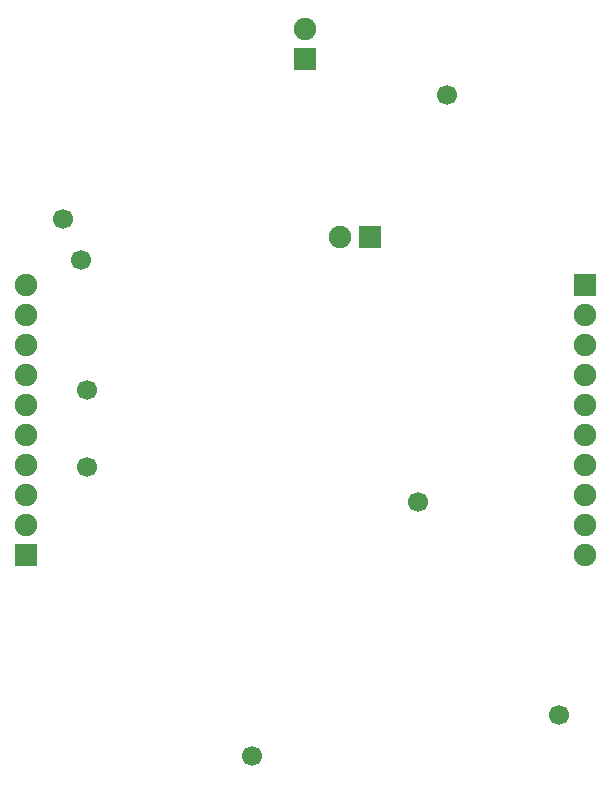
<source format=gbr>
G04 DipTrace 3.0.0.2*
G04 BottomMask.gbr*
%MOIN*%
G04 #@! TF.FileFunction,Soldermask,Bot*
G04 #@! TF.Part,Single*
%ADD30C,0.066929*%
%ADD40C,0.074803*%
%ADD42R,0.074803X0.074803*%
%FSLAX26Y26*%
G04*
G70*
G90*
G75*
G01*
G04 BotMask*
%LPD*%
D42*
X485039Y1164173D3*
D40*
Y1264173D3*
Y1364173D3*
Y1464173D3*
Y1564173D3*
Y1664173D3*
Y1764173D3*
Y1864173D3*
Y1964173D3*
Y2064173D3*
D42*
X2349606D3*
D40*
Y1964173D3*
Y1864173D3*
Y1764173D3*
Y1664173D3*
Y1564173D3*
Y1464173D3*
Y1364173D3*
Y1264173D3*
Y1164173D3*
D42*
X1633858Y2224409D3*
D40*
X1533858D3*
D42*
X1417323Y2814961D3*
D40*
Y2914961D3*
D30*
X610236Y2283465D3*
X669291Y2145669D3*
X688976Y1712598D3*
Y1456693D3*
X2263780Y629921D3*
X1240157Y492126D3*
X1889764Y2696850D3*
X1791339Y1338583D3*
M02*

</source>
